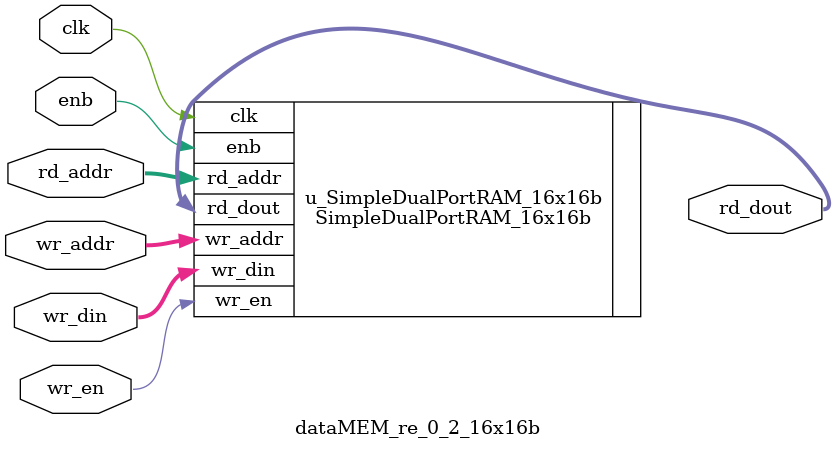
<source format=v>



`timescale 1 ns / 1 ns

module dataMEM_re_0_2_16x16b
          (
           clk,
           enb,
           wr_din,
           wr_addr,
           wr_en,
           rd_addr,
           rd_dout
          );


  input   clk;
  input   enb;
  input   signed [15:0] wr_din;  // sfix16
  input   [3:0] wr_addr;  // ufix4
  input   wr_en;  // ufix1
  input   [3:0] rd_addr;  // ufix4
  output  signed [15:0] rd_dout;  // sfix16




  SimpleDualPortRAM_16x16b   u_SimpleDualPortRAM_16x16b   (.clk(clk),
                                                           .enb(enb),
                                                           .wr_din(wr_din),  // sfix16
                                                           .wr_addr(wr_addr),  // ufix4
                                                           .wr_en(wr_en),  // ufix1
                                                           .rd_addr(rd_addr),  // ufix4
                                                           .rd_dout(rd_dout)  // sfix16
                                                           );

endmodule  // dataMEM_re_0_2_16x16b


</source>
